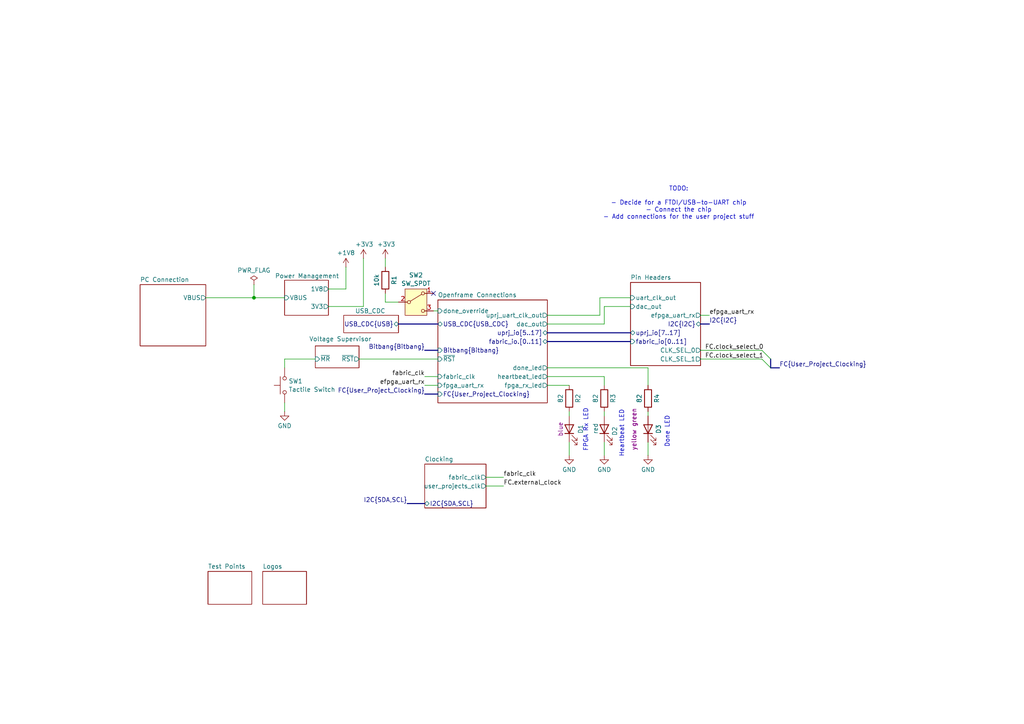
<source format=kicad_sch>
(kicad_sch (version 20231120) (generator "eeschema") (generator_version "8.0")
  (paper "A4")
  (title_block (title "FABulous Board") (date "2024-05-30") (rev "0.2.0"))
  (lib_symbols
    (symbol "Device:LED" (pin_numbers hide) (pin_names (offset 1.016) hide)
      (property "Reference" "D" (at 0 2.54 0))
      (property "Value" "LED" (at 0 -2.54 0))
      (symbol "LED_0_1"
        (polyline (pts (xy -1.27 -1.27) (xy -1.27 1.27)) (stroke (width 0.254)))
        (polyline (pts (xy -1.27 0) (xy 1.27 0)))
        (polyline (pts (xy 1.27 -1.27) (xy 1.27 1.27) (xy -1.27 0) (xy 1.27 -1.27)) (stroke (width 0.254)))
        (polyline (pts (xy -3.048 -0.762) (xy -4.572 -2.286) (xy -3.81 -2.286) (xy -4.572 -2.286) (xy -4.572 -1.524)))
        (polyline (pts (xy -1.778 -0.762) (xy -3.302 -2.286) (xy -2.54 -2.286) (xy -3.302 -2.286) (xy -3.302 -1.524)))
      )
      (symbol "LED_1_1"
        (pin passive line (at -3.81 0 0) (length 2.54) (name "K") (number "1"))
        (pin passive line (at 3.81 0 180) (length 2.54) (name "A") (number "2"))
      )
    )
    (symbol "Device:R" (pin_numbers hide) (pin_names (offset 0))
      (property "Reference" "R" (at 2.032 0 90))
      (property "Value" "R" (at 0 0 90))
      (symbol "R_0_1"
        (rectangle (start -1.016 -2.54) (end 1.016 2.54) (stroke (width 0.254)))
      )
      (symbol "R_1_1"
        (pin passive line (at 0 3.81 270) (length 1.27) (name "~") (number "1"))
        (pin passive line (at 0 -3.81 90) (length 1.27) (name "~") (number "2"))
      )
    )
    (symbol "Switch:SW_Push" (pin_numbers hide) (pin_names (offset 1.016) hide)
      (property "Reference" "SW" (at 1.27 2.54 0))
      (property "Value" "SW_Push" (at 0 -1.524 0))
      (symbol "SW_Push_0_1"
        (circle (center -2.032 0) (radius 0.508))
        (polyline (pts (xy 0 1.27) (xy 0 3.048)))
        (polyline (pts (xy 2.54 1.27) (xy -2.54 1.27)))
        (circle (center 2.032 0) (radius 0.508))
        (pin passive line (at -5.08 0 0) (length 2.54) (name "1") (number "1"))
        (pin passive line (at 5.08 0 180) (length 2.54) (name "2") (number "2"))
      )
    )
    (symbol "Switch:SW_SPDT" (pin_names (offset 0) hide)
      (property "Reference" "SW" (at 0 5.08 0))
      (property "Value" "SW_SPDT" (at 0 -5.08 0))
      (symbol "SW_SPDT_0_1"
        (circle (center -2.032 0) (radius 0.4572))
        (polyline (pts (xy -1.651 0.254) (xy 1.651 2.286)))
        (circle (center 2.032 -2.54) (radius 0.4572))
        (circle (center 2.032 2.54) (radius 0.4572))
      )
      (symbol "SW_SPDT_1_1"
        (rectangle (start -3.175 3.81) (end 3.175 -3.81) (fill (type background)))
        (pin passive line (at 5.08 2.54 180) (length 2.54) (name "A") (number "1"))
        (pin passive line (at -5.08 0 0) (length 2.54) (name "B") (number "2"))
        (pin passive line (at 5.08 -2.54 180) (length 2.54) (name "C") (number "3"))
      )
    )
    (symbol "power:+1V8" (power) (pin_numbers hide) (pin_names (offset 0) hide)
      (property "Value" "+1V8" (at 0 3.556 0))
      (symbol "+1V8_0_1"
        (polyline (pts (xy -0.762 1.27) (xy 0 2.54)))
        (polyline (pts (xy 0 0) (xy 0 2.54)))
        (polyline (pts (xy 0 2.54) (xy 0.762 1.27)))
      )
      (symbol "+1V8_1_1"
        (pin power_in line (at 0 0 90) (length 0) (name "~") (number "1"))
      )
    )
    (symbol "power:+3V3" (power) (pin_numbers hide) (pin_names (offset 0) hide)
      (property "Value" "+3V3" (at 0 3.556 0))
      (symbol "+3V3_0_1"
        (polyline (pts (xy -0.762 1.27) (xy 0 2.54)))
        (polyline (pts (xy 0 0) (xy 0 2.54)))
        (polyline (pts (xy 0 2.54) (xy 0.762 1.27)))
      )
      (symbol "+3V3_1_1"
        (pin power_in line (at 0 0 90) (length 0) (name "~") (number "1"))
      )
    )
    (symbol "power:GND" (power) (pin_numbers hide) (pin_names (offset 0) hide)
      (property "Value" "GND" (at 0 -3.81 0))
      (symbol "GND_0_1"
        (polyline (pts (xy 0 0) (xy 0 -1.27) (xy 1.27 -1.27) (xy 0 -2.54) (xy -1.27 -1.27) (xy 0 -1.27)))
      )
      (symbol "GND_1_1"
        (pin power_in line (at 0 0 270) (length 0) (name "~") (number "1"))
      )
    )
    (symbol "power:PWR_FLAG" (power) (pin_numbers hide) (pin_names (offset 0) hide)
      (property "Value" "PWR_FLAG" (at 0 3.81 0))
      (symbol "PWR_FLAG_0_0"
        (pin power_out line (at 0 0 90) (length 0) (name "~") (number "1"))
      )
      (symbol "PWR_FLAG_0_1"
        (polyline (pts (xy 0 0) (xy 0 1.27) (xy -1.016 1.905) (xy 0 2.54) (xy 1.016 1.905) (xy 0 1.27)))
      )
    )
  )
  (bus_alias "Caravel_power" (members "vdda" "vdda1" "vdda2" "vddio" "vcdd" "vccd" "vccd1" "vccd2"))
  (bus_alias "SPI" (members "SCK" "CS" "POCI" "PICO"))
  (junction (at 73.66 86.36))
  (no_connect (at 125.73 85.09))
  (bus_entry (at 220.98 101.6) (size 2.54 2.54))
  (bus_entry (at 220.98 104.14) (size 2.54 2.54))
  (bus (pts (xy 223.52 104.14) (xy 223.52 106.68)))
  (wire (pts (xy 175.26 119.38) (xy 175.26 120.65)))
  (wire (pts (xy 175.26 109.22) (xy 175.26 111.76)))
  (wire (pts (xy 187.96 106.68) (xy 187.96 111.76)))
  (wire (pts (xy 73.66 86.36) (xy 82.55 86.36)))
  (wire (pts (xy 82.55 104.14) (xy 91.44 104.14)))
  (bus (pts (xy 226.06 106.68) (xy 223.52 106.68)))
  (wire (pts (xy 158.75 111.76) (xy 165.1 111.76)))
  (wire (pts (xy 111.76 87.63) (xy 111.76 85.09)))
  (wire (pts (xy 59.69 86.36) (xy 73.66 86.36)))
  (wire (pts (xy 95.25 88.9) (xy 105.41 88.9)))
  (bus (pts (xy 123.19 114.3) (xy 127 114.3)))
  (wire (pts (xy 158.75 93.98) (xy 175.26 93.98)))
  (wire (pts (xy 187.96 128.27) (xy 187.96 132.08)))
  (wire (pts (xy 125.73 90.17) (xy 127 90.17)))
  (wire (pts (xy 158.75 109.22) (xy 175.26 109.22)))
  (bus (pts (xy 203.2 93.98) (xy 205.74 93.98)))
  (bus (pts (xy 158.75 99.06) (xy 182.88 99.06)))
  (bus (pts (xy 118.11 146.05) (xy 123.19 146.05)))
  (wire (pts (xy 165.1 128.27) (xy 165.1 132.08)))
  (wire (pts (xy 182.88 88.9) (xy 175.26 88.9)))
  (wire (pts (xy 173.99 86.36) (xy 182.88 86.36)))
  (wire (pts (xy 111.76 74.93) (xy 111.76 77.47)))
  (wire (pts (xy 123.19 109.22) (xy 127 109.22)))
  (wire (pts (xy 140.97 138.43) (xy 146.05 138.43)))
  (wire (pts (xy 100.33 83.82) (xy 100.33 77.47)))
  (wire (pts (xy 123.19 111.76) (xy 127 111.76)))
  (wire (pts (xy 165.1 119.38) (xy 165.1 120.65)))
  (wire (pts (xy 82.55 116.84) (xy 82.55 119.38)))
  (wire (pts (xy 115.57 87.63) (xy 111.76 87.63)))
  (wire (pts (xy 158.75 91.44) (xy 173.99 91.44)))
  (wire (pts (xy 187.96 119.38) (xy 187.96 120.65)))
  (wire (pts (xy 203.2 101.6) (xy 220.98 101.6)))
  (wire (pts (xy 82.55 104.14) (xy 82.55 106.68)))
  (wire (pts (xy 95.25 83.82) (xy 100.33 83.82)))
  (wire (pts (xy 175.26 128.27) (xy 175.26 132.08)))
  (bus (pts (xy 115.57 93.98) (xy 127 93.98)))
  (wire (pts (xy 105.41 88.9) (xy 105.41 74.93)))
  (wire (pts (xy 175.26 88.9) (xy 175.26 93.98)))
  (bus (pts (xy 158.75 96.52) (xy 182.88 96.52)))
  (wire (pts (xy 173.99 91.44) (xy 173.99 86.36)))
  (wire (pts (xy 140.97 140.97) (xy 146.05 140.97)))
  (wire (pts (xy 104.14 104.14) (xy 127 104.14)))
  (wire (pts (xy 203.2 91.44) (xy 205.74 91.44)))
  (wire (pts (xy 158.75 106.68) (xy 187.96 106.68)))
  (bus (pts (xy 123.19 101.6) (xy 127 101.6)))
  (wire (pts (xy 203.2 104.14) (xy 220.98 104.14)))
  (wire (pts (xy 73.66 82.55) (xy 73.66 86.36)))
  (text "Done LED" (at 193.548 125.222 90) (effects (font (size 1.27 1.27))))
  (text "FPGA Rx LED" (at 169.926 124.714 90) (effects (font (size 1.27 1.27))))
  (text "TODO:\n\n- Decide for a FTDI/USB-to-UART chip\n- Connect the chip\n- Add connections for the user project stuff" (at 196.85 58.928 0) (effects (font (size 1.27 1.27))))
  (text "Heartbeat LED" (at 180.34 125.73 90) (effects (font (size 1.27 1.27))))
  (label "FC.clock_select_1" (at 204.47 104.14 0))
  (label "FC.clock_select_0" (at 204.47 101.6 0))
  (label "fabric_clk" (at 123.19 109.22 180))
  (label "FC{User_Project_Clocking}" (at 123.19 114.3 180))
  (label "FC.external_clock" (at 146.05 140.97 0))
  (label "efpga_uart_rx" (at 205.74 91.44 0))
  (label "I2C{I2C}" (at 205.74 93.98 0))
  (label "fabric_clk" (at 146.05 138.43 0))
  (label "I2C{SDA,SCL}" (at 118.11 146.05 180))
  (label "FC{User_Project_Clocking}" (at 226.06 106.68 0))
  (label "Bitbang{Bitbang}" (at 123.19 101.6 180))
  (label "efpga_uart_rx" (at 123.19 111.76 180))
  (symbol (lib_id "Device:LED") (at 165.1 124.46 90) (unit 1)
    (property "Reference" "D1" (at 168.402 124.46 0))
    (property "Value" "C434440" (effects (hide yes)))
    (property "Footprint" "LED_SMD:LED_1206_3216Metric" (effects (hide yes)))
    (property "Description" "blue" (at 162.56 124.46 0))
    (property "LCSC Number" "C434440" (effects (hide yes)))
  )
  (symbol (lib_id "power:+3V3") (at 105.41 74.93 0) (unit 1)
    (property "Reference" "#PWR3" (effects (hide yes)))
    (property "Value" "+3V3" (at 105.664 70.866 0))
    (property "Description" "Power symbol creates a global label with name \"+3V3\"" (effects (hide yes)))
  )
  (symbol (lib_id "power:+1V8") (at 100.33 77.47 0) (unit 1)
    (property "Reference" "#PWR2" (effects (hide yes)))
    (property "Value" "+1V8" (at 100.33 73.3369 0))
    (property "Description" "Power symbol creates a global label with name \"+1V8\"" (effects (hide yes)))
  )
  (symbol (lib_id "Device:R") (at 187.96 115.57 0) (unit 1)
    (property "Reference" "R4" (at 190.5 115.57 90))
    (property "Value" "82" (at 185.42 115.57 90))
    (property "Footprint" "Resistor_SMD:R_0805_2012Metric" (effects (hide yes)))
    (property "Description" "Resistor" (effects (hide yes)))
  )
  (symbol (lib_id "Switch:SW_SPDT") (at 120.65 87.63 0) (unit 1)
    (property "Reference" "SW2" (at 120.65 79.8025 0))
    (property "Value" "SW_SPDT" (at 120.65 82.2268 0))
    (property "Footprint" "Customized:SPDT_Switch" (effects (hide yes)))
    (property "Datasheet" "https://lcsc.com/datasheet/lcsc_datasheet_2407161403_SHOU-HAN-MST-22D18G2-3J_C2875122.pdf" (effects (hide yes)))
    (property "Description" "Switch, single pole double throw" (effects (hide yes)))
    (property "LCSC Part" "C2875122" (effects (hide yes)))
  )
  (symbol (lib_id "Device:LED") (at 187.96 124.46 90) (unit 1)
    (property "Reference" "D3" (at 191.008 124.46 0))
    (property "Value" "C965826" (effects (hide yes)))
    (property "Footprint" "LED_SMD:LED_1206_3216Metric" (effects (hide yes)))
    (property "Description" "yellow green" (at 183.896 124.46 0))
    (property "LCSC" " C965826" (effects (hide yes)))
  )
  (symbol (lib_id "Device:R") (at 111.76 81.28 0) (unit 1)
    (property "Reference" "R1" (at 114.3 81.28 90))
    (property "Value" "10k" (at 109.22 81.28 90))
    (property "Footprint" "Resistor_SMD:R_0805_2012Metric" (effects (hide yes)))
    (property "Description" "Resistor" (effects (hide yes)))
  )
  (symbol (lib_id "power:GND") (at 165.1 132.08 0) (unit 1)
    (property "Reference" "#PWR5" (effects (hide yes)))
    (property "Value" "GND" (at 165.1 136.2131 0))
    (property "Description" "Power symbol creates a global label with name \"GND\" , ground" (effects (hide yes)))
  )
  (symbol (lib_id "power:PWR_FLAG") (at 73.66 82.55 0) (unit 1)
    (property "Reference" "#FLG1" (effects (hide yes)))
    (property "Value" "PWR_FLAG" (at 73.66 78.4169 0))
    (property "Description" "Special symbol for telling ERC where power comes from" (effects (hide yes)))
  )
  (symbol (lib_id "power:GND") (at 82.55 119.38 0) (unit 1)
    (property "Reference" "#PWR1" (effects (hide yes)))
    (property "Value" "GND" (at 82.55 123.5131 0))
    (property "Description" "Power symbol creates a global label with name \"GND\" , ground" (effects (hide yes)))
  )
  (symbol (lib_id "power:GND") (at 187.96 132.08 0) (unit 1)
    (property "Reference" "#PWR7" (effects (hide yes)))
    (property "Value" "GND" (at 187.96 136.2131 0))
    (property "Description" "Power symbol creates a global label with name \"GND\" , ground" (effects (hide yes)))
  )
  (symbol (lib_id "Device:R") (at 165.1 115.57 0) (unit 1)
    (property "Reference" "R2" (at 167.64 115.57 90))
    (property "Value" "82" (at 162.56 115.57 90))
    (property "Footprint" "Resistor_SMD:R_0805_2012Metric" (effects (hide yes)))
    (property "Description" "Resistor" (effects (hide yes)))
  )
  (symbol (lib_id "Device:LED") (at 175.26 124.46 90) (unit 1)
    (property "Reference" "D2" (at 178.308 123.698 0) (effects (justify right)))
    (property "Value" "red" (at 172.72 122.682 0) (effects (justify right)))
    (property "Footprint" "LED_SMD:LED_1206_3216Metric" (effects (hide yes)))
    (property "Description" "Light emitting diode" (effects (hide yes)))
    (property "LCSC Part" "C2827254" (effects (hide yes)))
  )
  (symbol (lib_id "Device:R") (at 175.26 115.57 0) (unit 1)
    (property "Reference" "R3" (at 177.8 115.57 90))
    (property "Value" "82" (at 172.72 115.57 90))
    (property "Footprint" "Resistor_SMD:R_0805_2012Metric" (effects (hide yes)))
    (property "Description" "Resistor" (effects (hide yes)))
  )
  (symbol (lib_id "Switch:SW_Push") (at 82.55 111.76 90) (unit 1)
    (property "Reference" "SW1" (at 83.693 110.5478 90) (effects (justify right)))
    (property "Value" "Tactile Switch" (at 83.693 112.9721 90) (effects (justify right)))
    (property "Footprint" "Button_Switch_SMD:SW_SPST_Omron_B3FS-101xP" (effects (hide yes)))
    (property "Description" "Push button switch, generic, two pins" (effects (hide yes)))
    (property "LCSC" "C5127964" (effects (hide yes)))
  )
  (symbol (lib_id "power:+3V3") (at 111.76 74.93 0) (unit 1)
    (property "Reference" "#PWR4" (effects (hide yes)))
    (property "Value" "+3V3" (at 112.014 70.866 0))
    (property "Description" "Power symbol creates a global label with name \"+3V3\"" (effects (hide yes)))
  )
  (symbol (lib_id "power:GND") (at 175.26 132.08 0) (unit 1)
    (property "Reference" "#PWR6" (effects (hide yes)))
    (property "Value" "GND" (at 175.26 136.2131 0))
    (property "Description" "Power symbol creates a global label with name \"GND\" , ground" (effects (hide yes)))
  )
  (sheet (at 82.55 81.28) (size 12.7 10.16) (stroke (width 0.1524))
    (property "Sheetname" "Power Management" (at 79.756 80.772 0) (effects (justify left bottom)))
    (property "Sheetfile" "power.kicad_sch" (effects (hide yes)))
    (pin "1V8" output (at 95.25 83.82 0))
    (pin "3V3" output (at 95.25 88.9 0))
    (pin "VBUS" input (at 82.55 86.36 180))
  )
  (sheet (at 60.325 165.735) (size 12.7 9.525) (stroke (width 0.1524))
    (property "Sheetname" "Test Points" (at 60.325 165.0234 0) (effects (justify left bottom)))
    (property "Sheetfile" "test_points.kicad_sch" (effects (hide yes)))
  )
  (sheet (at 182.88 81.915) (size 20.32 24.13) (stroke (width 0.1524))
    (property "Sheetname" "Pin Headers" (at 182.88 81.2034 0) (effects (justify left bottom)))
    (property "Sheetfile" "pins.kicad_sch" (effects (hide yes)))
    (pin "CLK_SEL_0" output (at 203.2 101.6 0))
    (pin "CLK_SEL_1" output (at 203.2 104.14 0))
    (pin "I2C{I2C}" bidirectional (at 203.2 93.98 0))
    (pin "efpga_uart_rx" output (at 203.2 91.44 0))
    (pin "fabric_io[0..11]" input (at 182.88 99.06 180))
    (pin "dac_out" input (at 182.88 88.9 180))
    (pin "uart_clk_out" input (at 182.88 86.36 180))
    (pin "uprj_io[7..17]" bidirectional (at 182.88 96.52 180))
  )
  (sheet (at 91.44 100.33) (size 12.7 6.35) (stroke (width 0.1524))
    (property "Sheetname" "Voltage Supervisor" (at 89.662 99.06 0) (effects (justify left bottom)))
    (property "Sheetfile" "voltage_supervisor.kicad_sch" (effects (hide yes)))
    (pin "~{MR}" input (at 91.44 104.14 180))
    (pin "~{RST}" output (at 104.14 104.14 0))
  )
  (sheet (at 76.2 165.735) (size 12.7 9.525) (stroke (width 0.1524))
    (property "Sheetname" "Logos" (at 76.2 165.0234 0) (effects (justify left bottom)))
    (property "Sheetfile" "logos.kicad_sch" (effects (hide yes)))
  )
  (sheet (at 127 86.995) (size 31.75 29.845) (stroke (width 0.1524))
    (property "Sheetname" "Openframe Connections" (at 127 86.2834 0) (effects (justify left bottom)))
    (property "Sheetfile" "openframe_connections.kicad_sch" (effects (hide yes)))
    (pin "~{RST}" input (at 127 104.14 180))
    (pin "FC{User_Project_Clocking}" input (at 127 114.3 180))
    (pin "fpga_rx_led" output (at 158.75 111.76 0))
    (pin "fpga_uart_rx" input (at 127 111.76 180))
    (pin "Bitbang{Bitbang}" input (at 127 101.6 180))
    (pin "fabric_io.[0..11]" bidirectional (at 158.75 99.06 0))
    (pin "uprj_io[5..17]" bidirectional (at 158.75 96.52 0))
    (pin "uprj_uart_clk_out" output (at 158.75 91.44 0))
    (pin "done_led" output (at 158.75 106.68 0))
    (pin "heartbeat_led" output (at 158.75 109.22 0))
    (pin "done_override" input (at 127 90.17 180))
    (pin "USB_CDC{USB_CDC}" bidirectional (at 127 93.98 180))
    (pin "dac_out" output (at 158.75 93.98 0))
    (pin "fabric_clk" input (at 127 109.22 180))
  )
  (sheet (at 99.695 91.44) (size 15.875 5.08) (stroke (width 0.1524))
    (property "Sheetname" "USB_CDC" (at 102.997 90.932 0) (effects (justify left bottom)))
    (property "Sheetfile" "usb_cdc.kicad_sch" (effects (hide yes)))
    (pin "USB_CDC{USB}" bidirectional (at 115.57 93.98 0))
  )
  (sheet (at 40.64 82.55) (size 19.05 17.78) (stroke (width 0.1524))
    (property "Sheetname" "PC Connection" (at 40.64 81.8384 0) (effects (justify left bottom)))
    (property "Sheetfile" "pc_connection.kicad_sch" (effects (hide yes)))
    (pin "VBUS" output (at 59.69 86.36 0))
  )
  (sheet (at 123.19 134.62) (size 17.78 12.7) (stroke (width 0.1524))
    (property "Sheetname" "Clocking" (at 123.19 133.9084 0) (effects (justify left bottom)))
    (property "Sheetfile" "clocking.kicad_sch" (effects (hide yes)))
    (pin "I2C{SDA,SCL}" bidirectional (at 123.19 146.05 180))
    (pin "user_projects_clk" output (at 140.97 140.97 0))
    (pin "fabric_clk" output (at 140.97 138.43 0))
  )
)
</source>
